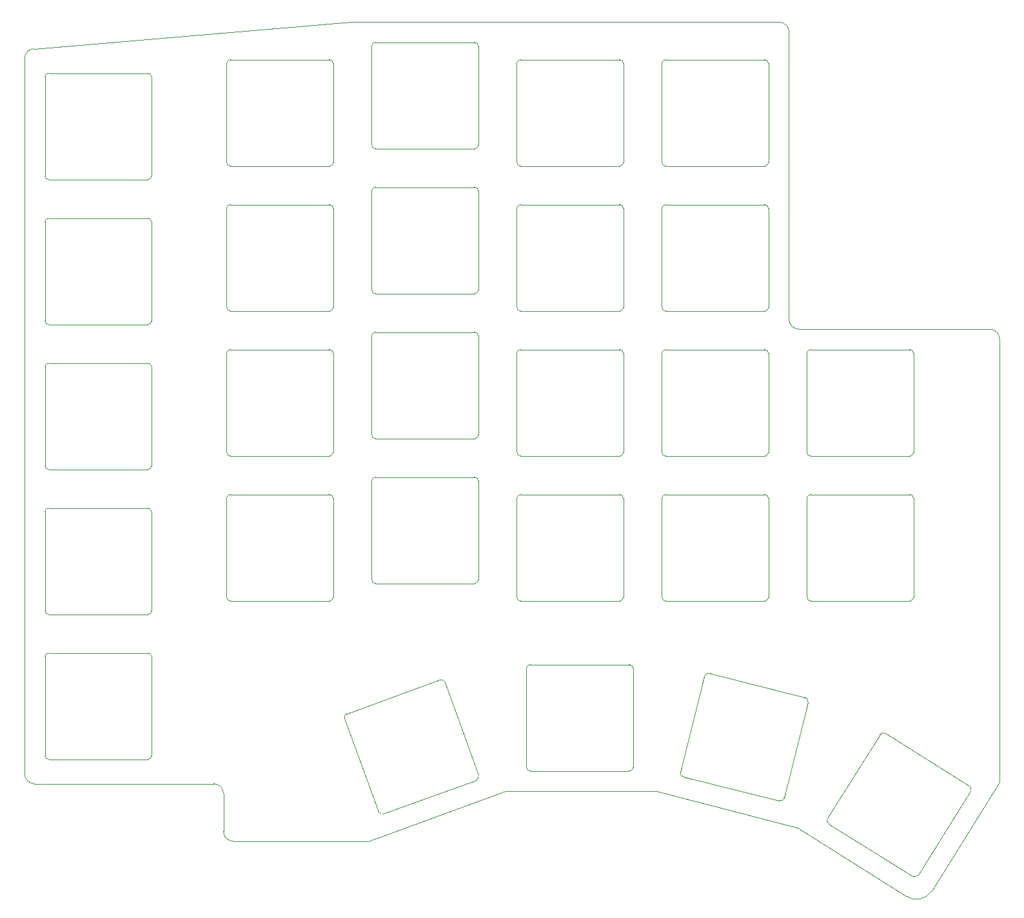
<source format=gm1>
%TF.GenerationSoftware,KiCad,Pcbnew,5.99.0-unknown-5f3c67bd2b~134~ubuntu20.04.1*%
%TF.CreationDate,2021-10-03T19:27:56+02:00*%
%TF.ProjectId,knuckle-pad,6b6e7563-6b6c-4652-9d70-61642e6b6963,rev?*%
%TF.SameCoordinates,Original*%
%TF.FileFunction,Profile,NP*%
%FSLAX46Y46*%
G04 Gerber Fmt 4.6, Leading zero omitted, Abs format (unit mm)*
G04 Created by KiCad (PCBNEW 5.99.0-unknown-5f3c67bd2b~134~ubuntu20.04.1) date 2021-10-03 19:27:56*
%MOMM*%
%LPD*%
G01*
G04 APERTURE LIST*
%TA.AperFunction,Profile*%
%ADD10C,0.050000*%
%TD*%
%TA.AperFunction,Profile*%
%ADD11C,0.010007*%
%TD*%
G04 APERTURE END LIST*
D10*
X108661200Y-141431974D02*
X126390400Y-141427200D01*
X82575400Y-133883400D02*
X106121200Y-133883400D01*
X81280000Y-132613400D02*
X81280000Y-38557200D01*
X209296000Y-75485562D02*
X209296000Y-133705600D01*
X81280000Y-38557200D02*
G75*
G02*
X82550000Y-37287200I1270000J0D01*
G01*
X126390400Y-141427200D02*
X144399000Y-134874000D01*
X182753000Y-139700000D02*
X196981221Y-148634894D01*
X124200000Y-33782000D02*
X82550000Y-37287200D01*
X181640000Y-72794393D02*
X181640000Y-35126126D01*
X196981221Y-148634894D02*
G75*
G03*
X200406000Y-147955000I1392780J1949893D01*
G01*
X164211000Y-134874000D02*
X182753000Y-139700000D01*
X124200000Y-33782000D02*
X180366193Y-33782000D01*
X180366193Y-33781999D02*
G75*
G02*
X181640000Y-35126126I-36135J-1309891D01*
G01*
X182914996Y-74140000D02*
G75*
G02*
X181640000Y-72794393I36395J1311334D01*
G01*
X208024137Y-74140000D02*
X182914996Y-74140000D01*
X106121200Y-133883400D02*
G75*
G02*
X107391200Y-135153400I0J-1270000D01*
G01*
X200406000Y-147955000D02*
X209296000Y-133705600D01*
X107391200Y-135153400D02*
X107391200Y-140161974D01*
X208024138Y-74139999D02*
G75*
G02*
X209296000Y-75485562I-36373J-1308261D01*
G01*
X144399000Y-134874000D02*
X164211000Y-134874000D01*
X108661200Y-141431974D02*
G75*
G02*
X107391200Y-140161974I0J1270000D01*
G01*
X82575400Y-133883400D02*
G75*
G02*
X81280000Y-132613400I0J1295654D01*
G01*
D11*
%TO.C,SW1*%
X97957400Y-40998000D02*
X97957400Y-53998000D01*
X84457400Y-40498000D02*
X97457400Y-40498000D01*
X84457400Y-54488924D02*
X97457400Y-54498000D01*
X83957400Y-40998000D02*
X83957400Y-53988924D01*
X97457400Y-40498000D02*
G75*
G02*
X97957400Y-40998000I0J-500000D01*
G01*
X83957400Y-40998000D02*
G75*
G02*
X84457400Y-40498000I500000J0D01*
G01*
X97957400Y-53998000D02*
G75*
G02*
X97457400Y-54498000I-500000J0D01*
G01*
X84457400Y-54488924D02*
G75*
G02*
X83957400Y-53988924I0J500000D01*
G01*
%TO.C,SW2*%
X84457400Y-59548000D02*
X97457400Y-59548000D01*
X84457400Y-73538924D02*
X97457400Y-73548000D01*
X97957400Y-60048000D02*
X97957400Y-73048000D01*
X83957400Y-60048000D02*
X83957400Y-73038924D01*
X97957400Y-73048000D02*
G75*
G02*
X97457400Y-73548000I-500000J0D01*
G01*
X83957400Y-60048000D02*
G75*
G02*
X84457400Y-59548000I500000J0D01*
G01*
X97457400Y-59548000D02*
G75*
G02*
X97957400Y-60048000I0J-500000D01*
G01*
X84457400Y-73538924D02*
G75*
G02*
X83957400Y-73038924I0J500000D01*
G01*
%TO.C,SW3*%
X97957400Y-79098000D02*
X97957400Y-92098000D01*
X83957400Y-79098000D02*
X83957400Y-92088924D01*
X84457400Y-92588924D02*
X97457400Y-92598000D01*
X84457400Y-78598000D02*
X97457400Y-78598000D01*
X83957400Y-79098000D02*
G75*
G02*
X84457400Y-78598000I500000J0D01*
G01*
X97957400Y-92098000D02*
G75*
G02*
X97457400Y-92598000I-500000J0D01*
G01*
X97457400Y-78598000D02*
G75*
G02*
X97957400Y-79098000I0J-500000D01*
G01*
X84457400Y-92588924D02*
G75*
G02*
X83957400Y-92088924I0J500000D01*
G01*
%TO.C,SW4*%
X84457400Y-97648000D02*
X97457400Y-97648000D01*
X83957400Y-98148000D02*
X83957400Y-111138924D01*
X97957400Y-98148000D02*
X97957400Y-111148000D01*
X84457400Y-111638924D02*
X97457400Y-111648000D01*
X84457400Y-111638924D02*
G75*
G02*
X83957400Y-111138924I0J500000D01*
G01*
X83957400Y-98148000D02*
G75*
G02*
X84457400Y-97648000I500000J0D01*
G01*
X97457400Y-97648000D02*
G75*
G02*
X97957400Y-98148000I0J-500000D01*
G01*
X97957400Y-111148000D02*
G75*
G02*
X97457400Y-111648000I-500000J0D01*
G01*
%TO.C,SW5*%
X83957400Y-117198000D02*
X83957400Y-130188924D01*
X84457400Y-130688924D02*
X97457400Y-130698000D01*
X97957400Y-117198000D02*
X97957400Y-130198000D01*
X84457400Y-116698000D02*
X97457400Y-116698000D01*
X97457400Y-116698000D02*
G75*
G02*
X97957400Y-117198000I0J-500000D01*
G01*
X97957400Y-130198000D02*
G75*
G02*
X97457400Y-130698000I-500000J0D01*
G01*
X84457400Y-130688924D02*
G75*
G02*
X83957400Y-130188924I0J500000D01*
G01*
X83957400Y-117198000D02*
G75*
G02*
X84457400Y-116698000I500000J0D01*
G01*
%TO.C,SW6*%
X121808000Y-39220000D02*
X121808000Y-52220000D01*
X108308000Y-38720000D02*
X121308000Y-38720000D01*
X107808000Y-39220000D02*
X107808000Y-52210924D01*
X108308000Y-52710924D02*
X121308000Y-52720000D01*
X107808000Y-39220000D02*
G75*
G02*
X108308000Y-38720000I500000J0D01*
G01*
X121308000Y-38720000D02*
G75*
G02*
X121808000Y-39220000I0J-500000D01*
G01*
X121808000Y-52220000D02*
G75*
G02*
X121308000Y-52720000I-500000J0D01*
G01*
X108308000Y-52710924D02*
G75*
G02*
X107808000Y-52210924I0J500000D01*
G01*
%TO.C,SW7*%
X121808000Y-58270000D02*
X121808000Y-71270000D01*
X108308000Y-71760924D02*
X121308000Y-71770000D01*
X107808000Y-58270000D02*
X107808000Y-71260924D01*
X108308000Y-57770000D02*
X121308000Y-57770000D01*
X107808000Y-58270000D02*
G75*
G02*
X108308000Y-57770000I500000J0D01*
G01*
X121308000Y-57770000D02*
G75*
G02*
X121808000Y-58270000I0J-500000D01*
G01*
X121808000Y-71270000D02*
G75*
G02*
X121308000Y-71770000I-500000J0D01*
G01*
X108308000Y-71760924D02*
G75*
G02*
X107808000Y-71260924I0J500000D01*
G01*
%TO.C,SW8*%
X108308000Y-90810924D02*
X121308000Y-90820000D01*
X121808000Y-77320000D02*
X121808000Y-90320000D01*
X108308000Y-76820000D02*
X121308000Y-76820000D01*
X107808000Y-77320000D02*
X107808000Y-90310924D01*
X107808000Y-77320000D02*
G75*
G02*
X108308000Y-76820000I500000J0D01*
G01*
X108308000Y-90810924D02*
G75*
G02*
X107808000Y-90310924I0J500000D01*
G01*
X121808000Y-90320000D02*
G75*
G02*
X121308000Y-90820000I-500000J0D01*
G01*
X121308000Y-76820000D02*
G75*
G02*
X121808000Y-77320000I0J-500000D01*
G01*
%TO.C,SW9*%
X107808000Y-96370000D02*
X107808000Y-109360924D01*
X121808000Y-96370000D02*
X121808000Y-109370000D01*
X108308000Y-109860924D02*
X121308000Y-109870000D01*
X108308000Y-95870000D02*
X121308000Y-95870000D01*
X107808000Y-96370000D02*
G75*
G02*
X108308000Y-95870000I500000J0D01*
G01*
X121808000Y-109370000D02*
G75*
G02*
X121308000Y-109870000I-500000J0D01*
G01*
X121308000Y-95870000D02*
G75*
G02*
X121808000Y-96370000I0J-500000D01*
G01*
X108308000Y-109860924D02*
G75*
G02*
X107808000Y-109360924I0J500000D01*
G01*
%TO.C,SW10*%
X127358000Y-50424924D02*
X140358000Y-50434000D01*
X126858000Y-36934000D02*
X126858000Y-49924924D01*
X140858000Y-36934000D02*
X140858000Y-49934000D01*
X127358000Y-36434000D02*
X140358000Y-36434000D01*
X126858000Y-36934000D02*
G75*
G02*
X127358000Y-36434000I500000J0D01*
G01*
X127358000Y-50424924D02*
G75*
G02*
X126858000Y-49924924I0J500000D01*
G01*
X140858000Y-49934000D02*
G75*
G02*
X140358000Y-50434000I-500000J0D01*
G01*
X140358000Y-36434000D02*
G75*
G02*
X140858000Y-36934000I0J-500000D01*
G01*
%TO.C,SW11*%
X126858000Y-55984000D02*
X126858000Y-68974924D01*
X127358000Y-55484000D02*
X140358000Y-55484000D01*
X127358000Y-69474924D02*
X140358000Y-69484000D01*
X140858000Y-55984000D02*
X140858000Y-68984000D01*
X127358000Y-69474924D02*
G75*
G02*
X126858000Y-68974924I0J500000D01*
G01*
X140858000Y-68984000D02*
G75*
G02*
X140358000Y-69484000I-500000J0D01*
G01*
X140358000Y-55484000D02*
G75*
G02*
X140858000Y-55984000I0J-500000D01*
G01*
X126858000Y-55984000D02*
G75*
G02*
X127358000Y-55484000I500000J0D01*
G01*
%TO.C,SW12*%
X126858000Y-75034000D02*
X126858000Y-88024924D01*
X127358000Y-88524924D02*
X140358000Y-88534000D01*
X127358000Y-74534000D02*
X140358000Y-74534000D01*
X140858000Y-75034000D02*
X140858000Y-88034000D01*
X126858000Y-75034000D02*
G75*
G02*
X127358000Y-74534000I500000J0D01*
G01*
X140358000Y-74534000D02*
G75*
G02*
X140858000Y-75034000I0J-500000D01*
G01*
X127358000Y-88524924D02*
G75*
G02*
X126858000Y-88024924I0J500000D01*
G01*
X140858000Y-88034000D02*
G75*
G02*
X140358000Y-88534000I-500000J0D01*
G01*
%TO.C,SW13*%
X127358000Y-107574924D02*
X140358000Y-107584000D01*
X140858000Y-94084000D02*
X140858000Y-107084000D01*
X127358000Y-93584000D02*
X140358000Y-93584000D01*
X126858000Y-94084000D02*
X126858000Y-107074924D01*
X140358000Y-93584000D02*
G75*
G02*
X140858000Y-94084000I0J-500000D01*
G01*
X140858000Y-107084000D02*
G75*
G02*
X140358000Y-107584000I-500000J0D01*
G01*
X126858000Y-94084000D02*
G75*
G02*
X127358000Y-93584000I500000J0D01*
G01*
X127358000Y-107574924D02*
G75*
G02*
X126858000Y-107074924I0J500000D01*
G01*
%TO.C,SW14*%
X123577857Y-124677283D02*
X135793861Y-120231021D01*
X136434717Y-120529857D02*
X140880979Y-132745861D01*
X128363035Y-137824451D02*
X140582143Y-133386717D01*
X123279021Y-125318139D02*
X127722178Y-137525614D01*
X140880979Y-132745861D02*
G75*
G02*
X140582143Y-133386717I-469846J-171010D01*
G01*
X128363035Y-137824451D02*
G75*
G02*
X127722178Y-137525614I-171010J469847D01*
G01*
X135793861Y-120231021D02*
G75*
G02*
X136434717Y-120529857I171010J-469846D01*
G01*
X123279021Y-125318139D02*
G75*
G02*
X123577857Y-124677283I469846J171010D01*
G01*
%TO.C,SW15*%
X146408000Y-52710924D02*
X159408000Y-52720000D01*
X159908000Y-39220000D02*
X159908000Y-52220000D01*
X146408000Y-38720000D02*
X159408000Y-38720000D01*
X145908000Y-39220000D02*
X145908000Y-52210924D01*
X159408000Y-38720000D02*
G75*
G02*
X159908000Y-39220000I0J-500000D01*
G01*
X145908000Y-39220000D02*
G75*
G02*
X146408000Y-38720000I500000J0D01*
G01*
X146408000Y-52710924D02*
G75*
G02*
X145908000Y-52210924I0J500000D01*
G01*
X159908000Y-52220000D02*
G75*
G02*
X159408000Y-52720000I-500000J0D01*
G01*
%TO.C,SW16*%
X146408000Y-57770000D02*
X159408000Y-57770000D01*
X145908000Y-58270000D02*
X145908000Y-71260924D01*
X146408000Y-71760924D02*
X159408000Y-71770000D01*
X159908000Y-58270000D02*
X159908000Y-71270000D01*
X145908000Y-58270000D02*
G75*
G02*
X146408000Y-57770000I500000J0D01*
G01*
X159908000Y-71270000D02*
G75*
G02*
X159408000Y-71770000I-500000J0D01*
G01*
X146408000Y-71760924D02*
G75*
G02*
X145908000Y-71260924I0J500000D01*
G01*
X159408000Y-57770000D02*
G75*
G02*
X159908000Y-58270000I0J-500000D01*
G01*
%TO.C,SW17*%
X146408000Y-76820000D02*
X159408000Y-76820000D01*
X145908000Y-77320000D02*
X145908000Y-90310924D01*
X146408000Y-90810924D02*
X159408000Y-90820000D01*
X159908000Y-77320000D02*
X159908000Y-90320000D01*
X159908000Y-90320000D02*
G75*
G02*
X159408000Y-90820000I-500000J0D01*
G01*
X159408000Y-76820000D02*
G75*
G02*
X159908000Y-77320000I0J-500000D01*
G01*
X146408000Y-90810924D02*
G75*
G02*
X145908000Y-90310924I0J500000D01*
G01*
X145908000Y-77320000D02*
G75*
G02*
X146408000Y-76820000I500000J0D01*
G01*
%TO.C,SW18*%
X159908000Y-96370000D02*
X159908000Y-109370000D01*
X146408000Y-109860924D02*
X159408000Y-109870000D01*
X146408000Y-95870000D02*
X159408000Y-95870000D01*
X145908000Y-96370000D02*
X145908000Y-109360924D01*
X145908000Y-96370000D02*
G75*
G02*
X146408000Y-95870000I500000J0D01*
G01*
X159908000Y-109370000D02*
G75*
G02*
X159408000Y-109870000I-500000J0D01*
G01*
X159408000Y-95870000D02*
G75*
G02*
X159908000Y-96370000I0J-500000D01*
G01*
X146408000Y-109860924D02*
G75*
G02*
X145908000Y-109360924I0J500000D01*
G01*
%TO.C,SW19*%
X161178000Y-118722000D02*
X161178000Y-131722000D01*
X147178000Y-118722000D02*
X147178000Y-131712924D01*
X147678000Y-118222000D02*
X160678000Y-118222000D01*
X147678000Y-132212924D02*
X160678000Y-132222000D01*
X147178000Y-118722000D02*
G75*
G02*
X147678000Y-118222000I500000J0D01*
G01*
X161178000Y-131722000D02*
G75*
G02*
X160678000Y-132222000I-500000J0D01*
G01*
X160678000Y-118222000D02*
G75*
G02*
X161178000Y-118722000I0J-500000D01*
G01*
X147678000Y-132212924D02*
G75*
G02*
X147178000Y-131712924I0J500000D01*
G01*
%TO.C,SW20*%
X164958000Y-39220000D02*
X164958000Y-52210924D01*
X165458000Y-38720000D02*
X178458000Y-38720000D01*
X165458000Y-52710924D02*
X178458000Y-52720000D01*
X178958000Y-39220000D02*
X178958000Y-52220000D01*
X178958000Y-52220000D02*
G75*
G02*
X178458000Y-52720000I-500000J0D01*
G01*
X164958000Y-39220000D02*
G75*
G02*
X165458000Y-38720000I500000J0D01*
G01*
X178458000Y-38720000D02*
G75*
G02*
X178958000Y-39220000I0J-500000D01*
G01*
X165458000Y-52710924D02*
G75*
G02*
X164958000Y-52210924I0J500000D01*
G01*
%TO.C,SW21*%
X164958000Y-58270000D02*
X164958000Y-71260924D01*
X178958000Y-58270000D02*
X178958000Y-71270000D01*
X165458000Y-71760924D02*
X178458000Y-71770000D01*
X165458000Y-57770000D02*
X178458000Y-57770000D01*
X164958000Y-58270000D02*
G75*
G02*
X165458000Y-57770000I500000J0D01*
G01*
X178458000Y-57770000D02*
G75*
G02*
X178958000Y-58270000I0J-500000D01*
G01*
X165458000Y-71760924D02*
G75*
G02*
X164958000Y-71260924I0J500000D01*
G01*
X178958000Y-71270000D02*
G75*
G02*
X178458000Y-71770000I-500000J0D01*
G01*
%TO.C,SW22*%
X178958000Y-77320000D02*
X178958000Y-90320000D01*
X164958000Y-77320000D02*
X164958000Y-90310924D01*
X165458000Y-76820000D02*
X178458000Y-76820000D01*
X165458000Y-90810924D02*
X178458000Y-90820000D01*
X178458000Y-76820000D02*
G75*
G02*
X178958000Y-77320000I0J-500000D01*
G01*
X165458000Y-90810924D02*
G75*
G02*
X164958000Y-90310924I0J500000D01*
G01*
X178958000Y-90320000D02*
G75*
G02*
X178458000Y-90820000I-500000J0D01*
G01*
X164958000Y-77320000D02*
G75*
G02*
X165458000Y-76820000I500000J0D01*
G01*
%TO.C,SW23*%
X165458000Y-109860924D02*
X178458000Y-109870000D01*
X178958000Y-96370000D02*
X178958000Y-109370000D01*
X165458000Y-95870000D02*
X178458000Y-95870000D01*
X164958000Y-96370000D02*
X164958000Y-109360924D01*
X178458000Y-95870000D02*
G75*
G02*
X178958000Y-96370000I0J-500000D01*
G01*
X178958000Y-109370000D02*
G75*
G02*
X178458000Y-109870000I-500000J0D01*
G01*
X165458000Y-109860924D02*
G75*
G02*
X164958000Y-109360924I0J500000D01*
G01*
X164958000Y-96370000D02*
G75*
G02*
X165458000Y-95870000I500000J0D01*
G01*
%TO.C,SW24*%
X167769820Y-132972771D02*
X180381469Y-136126562D01*
X171154531Y-119397438D02*
X183768375Y-122542422D01*
X184132562Y-123148531D02*
X180987578Y-135762375D01*
X170548422Y-119761625D02*
X167405633Y-132366663D01*
X170548423Y-119761624D02*
G75*
G02*
X171154531Y-119397438I485147J-120961D01*
G01*
X167769821Y-132972771D02*
G75*
G02*
X167405633Y-132366663I120960J485148D01*
G01*
X180987577Y-135762376D02*
G75*
G02*
X180381469Y-136126562I-485147J120961D01*
G01*
X183768376Y-122542423D02*
G75*
G02*
X184132562Y-123148531I-120961J-485147D01*
G01*
%TO.C,SW25*%
X198008000Y-77320000D02*
X198008000Y-90320000D01*
X184008000Y-77320000D02*
X184008000Y-90310924D01*
X184508000Y-90810924D02*
X197508000Y-90820000D01*
X184508000Y-76820000D02*
X197508000Y-76820000D01*
X184508000Y-90810924D02*
G75*
G02*
X184008000Y-90310924I0J500000D01*
G01*
X197508000Y-76820000D02*
G75*
G02*
X198008000Y-77320000I0J-500000D01*
G01*
X198008000Y-90320000D02*
G75*
G02*
X197508000Y-90820000I-500000J0D01*
G01*
X184008000Y-77320000D02*
G75*
G02*
X184508000Y-76820000I500000J0D01*
G01*
%TO.C,SW26*%
X184508000Y-109860924D02*
X197508000Y-109870000D01*
X184508000Y-95870000D02*
X197508000Y-95870000D01*
X198008000Y-96370000D02*
X198008000Y-109370000D01*
X184008000Y-96370000D02*
X184008000Y-109360924D01*
X184508000Y-109860924D02*
G75*
G02*
X184008000Y-109360924I0J500000D01*
G01*
X197508000Y-95870000D02*
G75*
G02*
X198008000Y-96370000I0J-500000D01*
G01*
X184008000Y-96370000D02*
G75*
G02*
X184508000Y-95870000I500000J0D01*
G01*
X198008000Y-109370000D02*
G75*
G02*
X197508000Y-109870000I-500000J0D01*
G01*
%TO.C,SW27*%
X193596139Y-127430253D02*
X186711998Y-138447181D01*
X186871062Y-139136165D02*
X197890878Y-146032812D01*
X194285122Y-127271188D02*
X205309747Y-134160139D01*
X205468812Y-134849122D02*
X198579861Y-145873747D01*
X205309747Y-134160139D02*
G75*
G02*
X205468812Y-134849122I-264959J-424024D01*
G01*
X198579861Y-145873747D02*
G75*
G02*
X197890878Y-146032812I-424024J264959D01*
G01*
X193596139Y-127430253D02*
G75*
G02*
X194285122Y-127271188I424024J-264959D01*
G01*
X186871062Y-139136165D02*
G75*
G02*
X186711998Y-138447181I264960J424024D01*
G01*
%TD*%
M02*

</source>
